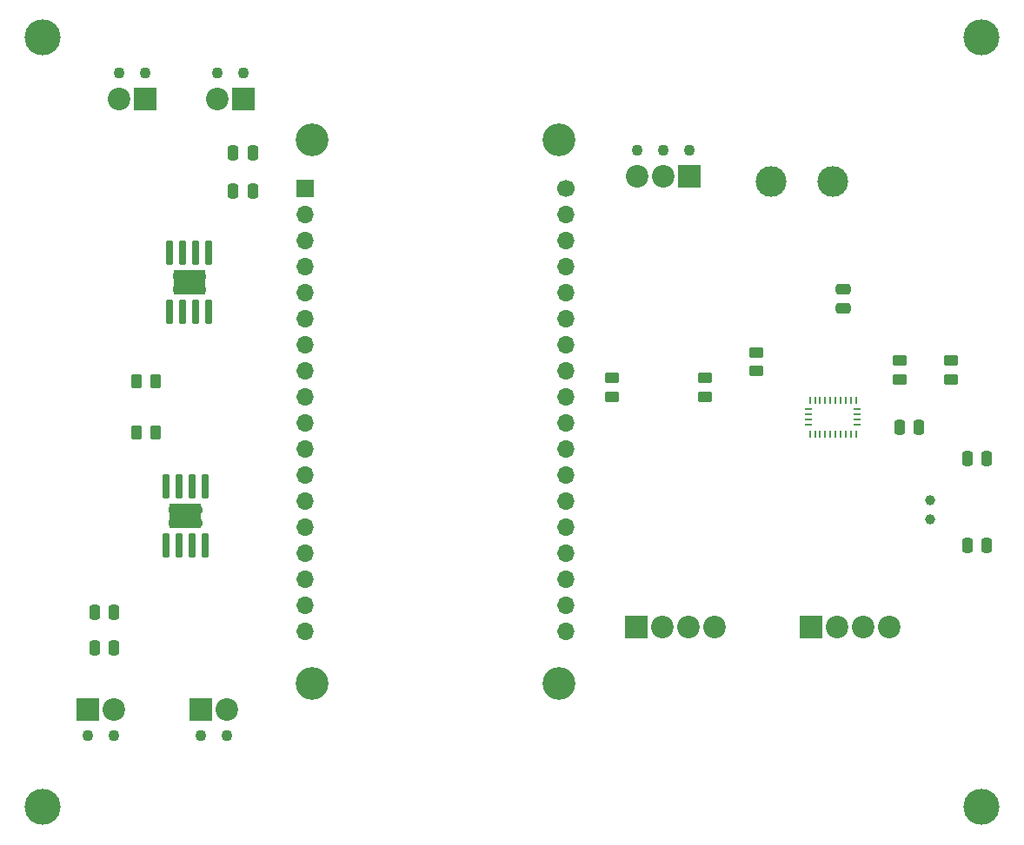
<source format=gts>
G04 #@! TF.GenerationSoftware,KiCad,Pcbnew,8.0.5*
G04 #@! TF.CreationDate,2024-11-14T17:14:10-08:00*
G04 #@! TF.ProjectId,Predator-Bot-V1,50726564-6174-46f7-922d-426f742d5631,0.01*
G04 #@! TF.SameCoordinates,Original*
G04 #@! TF.FileFunction,Soldermask,Top*
G04 #@! TF.FilePolarity,Negative*
%FSLAX46Y46*%
G04 Gerber Fmt 4.6, Leading zero omitted, Abs format (unit mm)*
G04 Created by KiCad (PCBNEW 8.0.5) date 2024-11-14 17:14:10*
%MOMM*%
%LPD*%
G01*
G04 APERTURE LIST*
G04 Aperture macros list*
%AMRoundRect*
0 Rectangle with rounded corners*
0 $1 Rounding radius*
0 $2 $3 $4 $5 $6 $7 $8 $9 X,Y pos of 4 corners*
0 Add a 4 corners polygon primitive as box body*
4,1,4,$2,$3,$4,$5,$6,$7,$8,$9,$2,$3,0*
0 Add four circle primitives for the rounded corners*
1,1,$1+$1,$2,$3*
1,1,$1+$1,$4,$5*
1,1,$1+$1,$6,$7*
1,1,$1+$1,$8,$9*
0 Add four rect primitives between the rounded corners*
20,1,$1+$1,$2,$3,$4,$5,0*
20,1,$1+$1,$4,$5,$6,$7,0*
20,1,$1+$1,$6,$7,$8,$9,0*
20,1,$1+$1,$8,$9,$2,$3,0*%
G04 Aperture macros list end*
%ADD10RoundRect,0.250000X0.250000X0.475000X-0.250000X0.475000X-0.250000X-0.475000X0.250000X-0.475000X0*%
%ADD11R,3.100000X2.400000*%
%ADD12RoundRect,0.070000X-0.250000X1.100000X-0.250000X-1.100000X0.250000X-1.100000X0.250000X1.100000X0*%
%ADD13C,0.770000*%
%ADD14RoundRect,0.250000X-0.262500X-0.450000X0.262500X-0.450000X0.262500X0.450000X-0.262500X0.450000X0*%
%ADD15C,3.200000*%
%ADD16R,1.700000X1.700000*%
%ADD17O,1.700000X1.700000*%
%ADD18C,1.700000*%
%ADD19R,0.254000X0.675000*%
%ADD20R,0.675000X0.254000*%
%ADD21RoundRect,0.250000X0.450000X-0.262500X0.450000X0.262500X-0.450000X0.262500X-0.450000X-0.262500X0*%
%ADD22C,2.200000*%
%ADD23R,2.200000X2.200000*%
%ADD24C,1.100000*%
%ADD25C,1.000000*%
%ADD26C,3.500000*%
%ADD27RoundRect,0.250000X-0.450000X0.262500X-0.450000X-0.262500X0.450000X-0.262500X0.450000X0.262500X0*%
%ADD28RoundRect,0.250000X-0.250000X-0.475000X0.250000X-0.475000X0.250000X0.475000X-0.250000X0.475000X0*%
%ADD29C,3.000000*%
%ADD30RoundRect,0.250000X0.475000X-0.250000X0.475000X0.250000X-0.475000X0.250000X-0.475000X-0.250000X0*%
%ADD31RoundRect,0.070000X0.250000X-1.100000X0.250000X1.100000X-0.250000X1.100000X-0.250000X-1.100000X0*%
G04 APERTURE END LIST*
D10*
X190100000Y-101000000D03*
X192000000Y-101000000D03*
D11*
X113945000Y-106655000D03*
D12*
X115850000Y-103780000D03*
X114580000Y-103780000D03*
X113310000Y-103780000D03*
X112040000Y-103780000D03*
X112040000Y-109530000D03*
X113310000Y-109530000D03*
X114580000Y-109530000D03*
X115850000Y-109530000D03*
D13*
X115245000Y-106005000D03*
X113945000Y-106005000D03*
X112645000Y-106005000D03*
X115245000Y-107305000D03*
X113945000Y-107305000D03*
X112645000Y-107305000D03*
D14*
X111000000Y-93500000D03*
X109175000Y-93500000D03*
D15*
X126300000Y-70000000D03*
X126300000Y-123000000D03*
X150300000Y-70000000D03*
X150300000Y-123000000D03*
D16*
X125600000Y-74680000D03*
D17*
X125600000Y-77220000D03*
X125600000Y-79760000D03*
X125600000Y-82300000D03*
X125600000Y-84840000D03*
X125600000Y-87380000D03*
X125600000Y-89920000D03*
X125600000Y-92460000D03*
X125600000Y-95000000D03*
X125600000Y-97540000D03*
X125600000Y-100080000D03*
X125600000Y-102620000D03*
X125600000Y-105160000D03*
X125600000Y-107700000D03*
X125600000Y-110240000D03*
X125600000Y-112780000D03*
X125600000Y-115320000D03*
X125600000Y-117860000D03*
X151000000Y-117860000D03*
X151000000Y-115320000D03*
X151000000Y-112780000D03*
X151000000Y-110240000D03*
X151000000Y-107700000D03*
X151000000Y-105160000D03*
X151000000Y-102620000D03*
X151000000Y-100080000D03*
X151000000Y-97540000D03*
X151000000Y-95000000D03*
X151000000Y-92460000D03*
X151000000Y-89920000D03*
X151000000Y-87380000D03*
X151000000Y-84840000D03*
X151000000Y-82300000D03*
X151000000Y-79760000D03*
X151000000Y-77220000D03*
D18*
X151000000Y-74680000D03*
D19*
X179250000Y-98662500D03*
D20*
X179387500Y-97750000D03*
X179387500Y-97250000D03*
X179387500Y-96750000D03*
X179387500Y-96250000D03*
D19*
X179250000Y-95337500D03*
X178750000Y-95337500D03*
X178250000Y-95337500D03*
X177750000Y-95337500D03*
X177250000Y-95337500D03*
X176750000Y-95337500D03*
X176250000Y-95337500D03*
X175750000Y-95337500D03*
X175250000Y-95337500D03*
X174750000Y-95337500D03*
D20*
X174612500Y-96250000D03*
X174612500Y-96750000D03*
X174612500Y-97250000D03*
X174612500Y-97750000D03*
D19*
X174750000Y-98662500D03*
X175250000Y-98662500D03*
X175750000Y-98662500D03*
X176250000Y-98662500D03*
X176750000Y-98662500D03*
X177250000Y-98662500D03*
X177750000Y-98662500D03*
X178250000Y-98662500D03*
X178750000Y-98662500D03*
D21*
X188500000Y-93325000D03*
X188500000Y-91500000D03*
D22*
X107000000Y-125500000D03*
D23*
X104460000Y-125500000D03*
D24*
X107000000Y-128040000D03*
X104460000Y-128040000D03*
D14*
X109175000Y-98500000D03*
X111000000Y-98500000D03*
D21*
X164500000Y-95000000D03*
X164500000Y-93175000D03*
D10*
X107000000Y-119500000D03*
X105100000Y-119500000D03*
D25*
X186486526Y-105100000D03*
X186486526Y-107000000D03*
D23*
X174880000Y-117500000D03*
D22*
X177420000Y-117500000D03*
X179960000Y-117500000D03*
X182500000Y-117500000D03*
D26*
X191500000Y-60000000D03*
D27*
X183500000Y-91500000D03*
X183500000Y-93325000D03*
D28*
X118600000Y-75000000D03*
X120500000Y-75000000D03*
D26*
X100000000Y-60000000D03*
D22*
X117000000Y-66000000D03*
D23*
X119540000Y-66000000D03*
D24*
X117000000Y-63460000D03*
X119540000Y-63460000D03*
D10*
X190100000Y-109500000D03*
X192000000Y-109500000D03*
D24*
X163000000Y-70960000D03*
X160460000Y-70960000D03*
X157920000Y-70960000D03*
D23*
X163000000Y-73500000D03*
D22*
X160460000Y-73500000D03*
X157920000Y-73500000D03*
D29*
X171000000Y-74000000D03*
D27*
X169500000Y-90675000D03*
X169500000Y-92500000D03*
D26*
X100000000Y-135000000D03*
X191500000Y-135000000D03*
D30*
X178000000Y-86400000D03*
X178000000Y-84500000D03*
D28*
X118600000Y-71245000D03*
X120500000Y-71245000D03*
D22*
X107460000Y-66000000D03*
D23*
X110000000Y-66000000D03*
D24*
X107460000Y-63460000D03*
X110000000Y-63460000D03*
D13*
X115630000Y-83220000D03*
X114330000Y-83220000D03*
X113030000Y-83220000D03*
X115630000Y-84520000D03*
X114330000Y-84520000D03*
X113030000Y-84520000D03*
D31*
X112425000Y-80995000D03*
X113695000Y-80995000D03*
X114965000Y-80995000D03*
X116235000Y-80995000D03*
X116235000Y-86745000D03*
X114965000Y-86745000D03*
X113695000Y-86745000D03*
X112425000Y-86745000D03*
D11*
X114330000Y-83870000D03*
D21*
X155500000Y-95000000D03*
X155500000Y-93175000D03*
D29*
X177000000Y-74000000D03*
D22*
X118000000Y-125500000D03*
D23*
X115460000Y-125500000D03*
D24*
X118000000Y-128040000D03*
X115460000Y-128040000D03*
D22*
X165500000Y-117500000D03*
X162960000Y-117500000D03*
X160420000Y-117500000D03*
D23*
X157880000Y-117500000D03*
D10*
X107000000Y-116000000D03*
X105100000Y-116000000D03*
D28*
X183500000Y-98000000D03*
X185400000Y-98000000D03*
M02*

</source>
